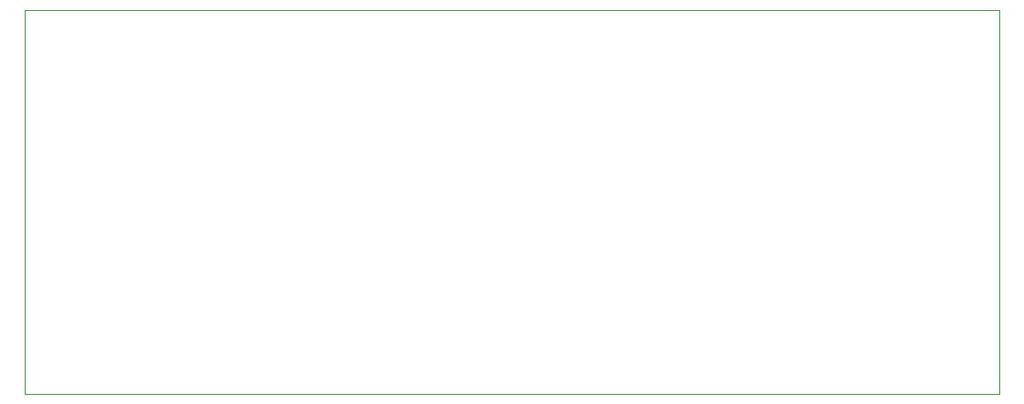
<source format=gm1>
%TF.GenerationSoftware,KiCad,Pcbnew,(5.99.0-9393-ga28cb98626)*%
%TF.CreationDate,2021-02-27T14:03:50-08:00*%
%TF.ProjectId,AuxRelays,41757852-656c-4617-9973-2e6b69636164,n/c*%
%TF.SameCoordinates,Original*%
%TF.FileFunction,Profile,NP*%
%FSLAX46Y46*%
G04 Gerber Fmt 4.6, Leading zero omitted, Abs format (unit mm)*
G04 Created by KiCad (PCBNEW (5.99.0-9393-ga28cb98626)) date 2021-02-27 14:03:50*
%MOMM*%
%LPD*%
G01*
G04 APERTURE LIST*
%TA.AperFunction,Profile*%
%ADD10C,0.100000*%
%TD*%
G04 APERTURE END LIST*
D10*
X84455000Y-102870000D02*
X174625000Y-102870000D01*
X174625000Y-102870000D02*
X174625000Y-138430000D01*
X174625000Y-138430000D02*
X84455000Y-138430000D01*
X84455000Y-138430000D02*
X84455000Y-102870000D01*
M02*

</source>
